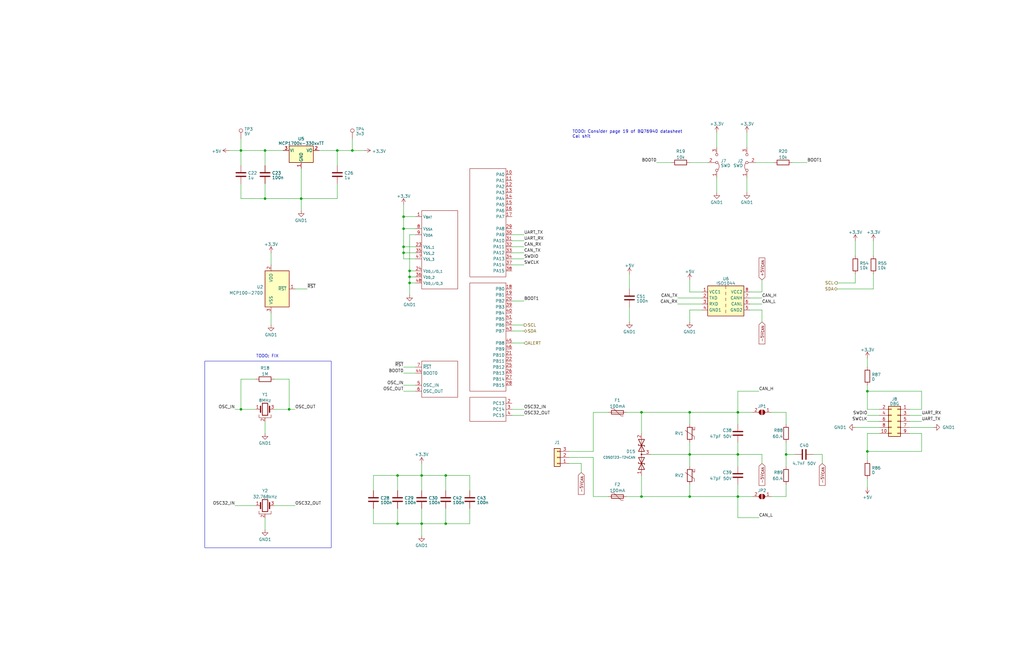
<source format=kicad_sch>
(kicad_sch (version 20230121) (generator eeschema)
  (paper "B")
  (lib_symbols
    (symbol "Connector:TestPoint" (pin_numbers hide) (pin_names (offset 0.762) hide)
      (property "Reference" "TP" (at 0 6.858 0))
      (property "Value" "TestPoint" (at 0 5.08 0))
      (symbol "TestPoint_1_1"
        (pin passive line (at 0 0 90) (length 2.54) (name "1") (number "1"))
      )
    )
    (symbol "Connector_Generic:Conn_01x03" (pin_names (offset 1.016) hide)
      (property "Reference" "J" (at 0 5.08 0))
      (property "Value" "Conn_01x03" (at 0 -5.08 0))
      (symbol "Conn_01x03_1_1"
        (pin passive line (at -5.08 2.54 0) (length 3.81) (name "Pin_1") (number "1"))
        (pin passive line (at -5.08 0 0) (length 3.81) (name "Pin_2") (number "2"))
        (pin passive line (at -5.08 -2.54 0) (length 3.81) (name "Pin_3") (number "3"))
      )
    )
    (symbol "Connector_Generic:Conn_02x05_Odd_Even" (pin_names (offset 1.016) hide)
      (property "Reference" "J" (at 1.27 7.62 0))
      (property "Value" "Conn_02x05_Odd_Even" (at 1.27 -7.62 0))
      (symbol "Conn_02x05_Odd_Even_1_1"
        (pin passive line (at -5.08 5.08 0) (length 3.81) (name "Pin_1") (number "1"))
        (pin passive line (at 7.62 -5.08 180) (length 3.81) (name "Pin_10") (number "10"))
        (pin passive line (at 7.62 5.08 180) (length 3.81) (name "Pin_2") (number "2"))
        (pin passive line (at -5.08 2.54 0) (length 3.81) (name "Pin_3") (number "3"))
        (pin passive line (at 7.62 2.54 180) (length 3.81) (name "Pin_4") (number "4"))
        (pin passive line (at -5.08 0 0) (length 3.81) (name "Pin_5") (number "5"))
        (pin passive line (at 7.62 0 180) (length 3.81) (name "Pin_6") (number "6"))
        (pin passive line (at -5.08 -2.54 0) (length 3.81) (name "Pin_7") (number "7"))
        (pin passive line (at 7.62 -2.54 180) (length 3.81) (name "Pin_8") (number "8"))
        (pin passive line (at -5.08 -5.08 0) (length 3.81) (name "Pin_9") (number "9"))
      )
    )
    (symbol "Device:C" (pin_numbers hide) (pin_names (offset 0.254))
      (property "Reference" "C" (at 0.635 2.54 0))
      (property "Value" "C" (at 0.635 -2.54 0))
      (symbol "C_1_1"
        (pin passive line (at 0 3.81 270) (length 2.794) (name "~") (number "1"))
        (pin passive line (at 0 -3.81 90) (length 2.794) (name "~") (number "2"))
      )
    )
    (symbol "Device:Crystal_GND2" (pin_names (offset 1.016) hide)
      (property "Reference" "Y" (at 0 5.715 0))
      (property "Value" "Crystal_GND2" (at 0 3.81 0))
      (symbol "Crystal_GND2_1_1"
        (pin passive line (at -3.81 0 0) (length 1.27) (name "1") (number "1"))
        (pin passive line (at 0 -5.08 90) (length 1.27) (name "2") (number "2"))
        (pin passive line (at 3.81 0 180) (length 1.27) (name "3") (number "3"))
      )
    )
    (symbol "Device:D_TVS_Dual_AAC" (pin_names (offset 1.016) hide)
      (property "Reference" "D" (at 0 4.445 0))
      (property "Value" "D_TVS_Dual_AAC" (at 0 2.54 0))
      (symbol "D_TVS_Dual_AAC_1_1"
        (pin passive line (at -8.89 0 0) (length 2.54) (name "A1") (number "1"))
        (pin passive line (at 8.89 0 180) (length 2.54) (name "A2") (number "2"))
        (pin input line (at 0 -3.81 90) (length 2.54) (name "common") (number "3"))
      )
    )
    (symbol "Device:Polyfuse" (pin_numbers hide) (pin_names (offset 0))
      (property "Reference" "F" (at -2.54 0 90))
      (property "Value" "Polyfuse" (at 2.54 0 90))
      (symbol "Polyfuse_1_1"
        (pin passive line (at 0 3.81 270) (length 1.27) (name "~") (number "1"))
        (pin passive line (at 0 -3.81 90) (length 1.27) (name "~") (number "2"))
      )
    )
    (symbol "Device:R" (pin_numbers hide) (pin_names (offset 0))
      (property "Reference" "R" (at 2.032 0 90))
      (property "Value" "R" (at 0 0 90))
      (symbol "R_1_1"
        (pin passive line (at 0 3.81 270) (length 1.27) (name "~") (number "1"))
        (pin passive line (at 0 -3.81 90) (length 1.27) (name "~") (number "2"))
      )
    )
    (symbol "Device:Varistor" (pin_numbers hide) (pin_names (offset 0))
      (property "Reference" "RV" (at 3.175 0 90))
      (property "Value" "Varistor" (at -3.175 0 90))
      (symbol "Varistor_0_0"
        (text "U" (at -1.778 -2.032 0) (effects (font (size 1.27 1.27))))
      )
      (symbol "Varistor_1_1"
        (pin passive line (at 0 3.81 270) (length 1.27) (name "~") (number "1"))
        (pin passive line (at 0 -3.81 90) (length 1.27) (name "~") (number "2"))
      )
    )
    (symbol "Jumper:Jumper_3_Bridged12" (pin_names (offset 0) hide)
      (property "Reference" "JP" (at -2.54 -2.54 0))
      (property "Value" "Jumper_3_Bridged12" (at 0 2.794 0))
      (symbol "Jumper_3_Bridged12_1_1"
        (pin passive line (at -6.35 0 0) (length 2.54) (name "A") (number "1"))
        (pin passive line (at 0 -3.81 90) (length 2.54) (name "C") (number "2"))
        (pin passive line (at 6.35 0 180) (length 2.54) (name "B") (number "3"))
      )
    )
    (symbol "Jumper:SolderJumper_2_Open" (pin_names (offset 0) hide)
      (property "Reference" "JP" (at 0 2.032 0))
      (property "Value" "SolderJumper_2_Open" (at 0 -2.54 0))
      (symbol "SolderJumper_2_Open_1_1"
        (pin passive line (at -3.81 0 0) (length 2.54) (name "A") (number "1"))
        (pin passive line (at 3.81 0 180) (length 2.54) (name "B") (number "2"))
      )
    )
    (symbol "Power_Supervisor:MCP100-270D" (pin_names (offset 1.016))
      (property "Reference" "U" (at 0 8.89 0))
      (property "Value" "MCP100-270D" (at -1.27 -8.89 0))
      (symbol "MCP100-270D_1_1"
        (pin output line (at 7.62 0 180) (length 2.54) (name "~{RST}") (number "1"))
        (pin power_in line (at -2.54 10.16 270) (length 2.54) (name "VDD") (number "2"))
        (pin power_in line (at -2.54 -10.16 90) (length 2.54) (name "VSS") (number "3"))
      )
    )
    (symbol "Regulator_Linear:MCP1700x-330xxTT" (pin_names (offset 0.254))
      (property "Reference" "U" (at -3.81 3.175 0))
      (property "Value" "MCP1700x-330xxTT" (at 0 3.175 0))
      (symbol "MCP1700x-330xxTT_1_1"
        (pin power_in line (at 0 -7.62 90) (length 2.54) (name "GND") (number "1"))
        (pin power_out line (at 7.62 0 180) (length 2.54) (name "VO") (number "2"))
        (pin power_in line (at -7.62 0 0) (length 2.54) (name "VI") (number "3"))
      )
    )
    (symbol "power:+3.3V" (power) (pin_names (offset 0))
      (property "Value" "+3.3V" (at 0 3.556 0))
      (symbol "+3.3V_1_1"
        (pin power_in line (at 0 0 90) (length 0) hide (name "+3.3V") (number "1"))
      )
    )
    (symbol "power:+5V" (power) (pin_names (offset 0))
      (property "Value" "+5V" (at 0 3.556 0))
      (symbol "+5V_1_1"
        (pin power_in line (at 0 0 90) (length 0) hide (name "+5V") (number "1"))
      )
    )
    (symbol "power:GND1" (power) (pin_names (offset 0))
      (property "Value" "GND1" (at 0 -3.81 0))
      (symbol "GND1_1_1"
        (pin power_in line (at 0 0 270) (length 0) hide (name "GND1") (number "1"))
      )
    )
    (symbol "qtech:CH32V203CxT6"
      (symbol "CH32V203CxT6_1_1"
        (pin input line (at 10.16 20.32 180) (length 2.54) (name "PA0") (number "10"))
        (pin input line (at 10.16 17.78 180) (length 2.54) (name "PA1") (number "11"))
        (pin input line (at 10.16 15.24 180) (length 2.54) (name "PA2") (number "12"))
        (pin input line (at 10.16 12.7 180) (length 2.54) (name "PA3") (number "13"))
        (pin input line (at 10.16 10.16 180) (length 2.54) (name "PA4") (number "14"))
        (pin input line (at 10.16 7.62 180) (length 2.54) (name "PA5") (number "15"))
        (pin input line (at 10.16 5.08 180) (length 2.54) (name "PA6") (number "16"))
        (pin input line (at 10.16 2.54 180) (length 2.54) (name "PA7") (number "17"))
        (pin input line (at 10.16 -2.54 180) (length 2.54) (name "PA8") (number "29"))
        (pin input line (at 10.16 -5.08 180) (length 2.54) (name "PA9") (number "30"))
        (pin input line (at 10.16 -7.62 180) (length 2.54) (name "PA10") (number "31"))
        (pin input line (at 10.16 -10.16 180) (length 2.54) (name "PA11") (number "32"))
        (pin input line (at 10.16 -12.7 180) (length 2.54) (name "PA12") (number "33"))
        (pin input line (at 10.16 -15.24 180) (length 2.54) (name "PA13") (number "34"))
        (pin input line (at 10.16 -17.78 180) (length 2.54) (name "PA14") (number "37"))
        (pin input line (at 10.16 -20.32 180) (length 2.54) (name "PA15") (number "38"))
      )
      (symbol "CH32V203CxT6_2_1"
        (pin input line (at 10.16 20.32 180) (length 2.54) (name "PB0") (number "18"))
        (pin input line (at 10.16 17.78 180) (length 2.54) (name "PB1") (number "19"))
        (pin input line (at 10.16 15.24 180) (length 2.54) (name "PB2") (number "20"))
        (pin input line (at 10.16 -7.62 180) (length 2.54) (name "PB10") (number "21"))
        (pin input line (at 10.16 -10.16 180) (length 2.54) (name "PB11") (number "22"))
        (pin input line (at 10.16 -12.7 180) (length 2.54) (name "PB12") (number "25"))
        (pin input line (at 10.16 -15.24 180) (length 2.54) (name "PB13") (number "26"))
        (pin input line (at 10.16 -17.78 180) (length 2.54) (name "PB14") (number "27"))
        (pin input line (at 10.16 -20.32 180) (length 2.54) (name "PB15") (number "28"))
        (pin input line (at 10.16 12.7 180) (length 2.54) (name "PB3") (number "39"))
        (pin input line (at 10.16 10.16 180) (length 2.54) (name "PB4") (number "40"))
        (pin input line (at 10.16 7.62 180) (length 2.54) (name "PB5") (number "41"))
        (pin input line (at 10.16 5.08 180) (length 2.54) (name "PB6") (number "42"))
        (pin input line (at 10.16 2.54 180) (length 2.54) (name "PB7") (number "43"))
        (pin input line (at 10.16 -2.54 180) (length 2.54) (name "PB8") (number "45"))
        (pin input line (at 10.16 -5.08 180) (length 2.54) (name "PB9") (number "46"))
      )
      (symbol "CH32V203CxT6_3_1"
        (pin input line (at 10.16 2.54 180) (length 2.54) (name "PC13") (number "2"))
        (pin input line (at 10.16 0 180) (length 2.54) (name "PC14") (number "3"))
        (pin input line (at 10.16 -2.54 180) (length 2.54) (name "PC15") (number "4"))
      )
      (symbol "CH32V203CxT6_4_1"
        (pin input line (at -10.16 2.54 0) (length 2.54) (name "BOOT0") (number "44"))
        (pin input line (at -10.16 -2.54 0) (length 2.54) (name "OSC_IN") (number "5"))
        (pin input line (at -10.16 -5.08 0) (length 2.54) (name "OSC_OUT") (number "6"))
        (pin input line (at -10.16 5.08 0) (length 2.54) (name "~{RST}") (number "7"))
      )
      (symbol "CH32V203CxT6_5_1"
        (pin input line (at -10.16 15.24 0) (length 2.54) (name "V_{BAT}") (number "1"))
        (pin input line (at -10.16 2.54 0) (length 2.54) (name "V_{SS_1}") (number "23"))
        (pin input line (at -10.16 -7.62 0) (length 2.54) (name "V_{DD_I/O_1}") (number "24"))
        (pin input line (at -10.16 0 0) (length 2.54) (name "V_{SS_2}") (number "35"))
        (pin input line (at -10.16 -10.16 0) (length 2.54) (name "V_{DD_2}") (number "36"))
        (pin input line (at -10.16 -2.54 0) (length 2.54) (name "V_{SS_3}") (number "47"))
        (pin input line (at -10.16 -12.7 0) (length 2.54) (name "V_{DD_I/O_3}") (number "48"))
        (pin input line (at -10.16 10.16 0) (length 2.54) (name "V_{SSA}") (number "8"))
        (pin input line (at -10.16 7.62 0) (length 2.54) (name "V_{DDA}") (number "9"))
      )
    )
    (symbol "qtech:ISO1044"
      (property "Reference" "U" (at -7.62 8.89 0))
      (property "Value" "ISO1044" (at -7.62 6.35 0))
      (symbol "ISO1044_1_1"
        (pin power_in line (at -10.16 2.54 0) (length 2.54) (name "VCC1") (number "1"))
        (pin input line (at -10.16 0 0) (length 2.54) (name "TXD") (number "2"))
        (pin output line (at -10.16 -2.54 0) (length 2.54) (name "RXD") (number "3"))
        (pin power_in line (at -10.16 -5.08 0) (length 2.54) (name "GND1") (number "4"))
        (pin power_in line (at 10.16 -5.08 180) (length 2.54) (name "GND2") (number "5"))
        (pin bidirectional line (at 10.16 -2.54 180) (length 2.54) (name "CANL") (number "6"))
        (pin bidirectional line (at 10.16 0 180) (length 2.54) (name "CANH") (number "7"))
        (pin power_in line (at 10.16 2.54 180) (length 2.54) (name "VCC2") (number "8"))
      )
    )
  )
  (junction (at 311.15 173.99))
  (junction (at 127 83.82))
  (junction (at 177.8 220.98))
  (junction (at 311.15 191.77))
  (junction (at 142.24 63.5))
  (junction (at 172.72 116.84))
  (junction (at 270.51 173.99))
  (junction (at 331.47 191.77))
  (junction (at 170.18 91.44))
  (junction (at 290.83 173.99))
  (junction (at 170.18 104.14))
  (junction (at 187.96 220.98))
  (junction (at 177.8 200.66))
  (junction (at 167.64 220.98))
  (junction (at 170.18 96.52))
  (junction (at 290.83 209.55))
  (junction (at 148.59 63.5))
  (junction (at 172.72 119.38))
  (junction (at 365.76 165.1))
  (junction (at 111.76 83.82))
  (junction (at 290.83 191.77))
  (junction (at 101.6 63.5))
  (junction (at 111.76 63.5))
  (junction (at 101.6 172.72))
  (junction (at 270.51 209.55))
  (junction (at 172.72 114.3))
  (junction (at 365.76 190.5))
  (junction (at 121.92 172.72))
  (junction (at 167.64 200.66))
  (junction (at 311.15 209.55))
  (junction (at 187.96 200.66))
  (junction (at 170.18 106.68))
  (wire (pts (xy 115.57 213.36) (xy 124.46 213.36)))
  (wire (pts (xy 270.51 209.55) (xy 290.83 209.55)))
  (wire (pts (xy 142.24 77.47) (xy 142.24 83.82)))
  (wire (pts (xy 331.47 173.99) (xy 325.12 173.99)))
  (wire (pts (xy 302.26 55.88) (xy 302.26 62.23)))
  (wire (pts (xy 383.54 177.8) (xy 388.62 177.8)))
  (wire (pts (xy 187.96 220.98) (xy 187.96 214.63)))
  (wire (pts (xy 295.91 128.27) (xy 285.75 128.27)))
  (wire (pts (xy 115.57 172.72) (xy 121.92 172.72)))
  (wire (pts (xy 250.19 173.99) (xy 256.54 173.99)))
  (wire (pts (xy 383.54 172.72) (xy 388.62 172.72)))
  (wire (pts (xy 365.76 182.88) (xy 365.76 190.5)))
  (wire (pts (xy 368.3 101.6) (xy 368.3 107.95)))
  (wire (pts (xy 295.91 125.73) (xy 285.75 125.73)))
  (wire (pts (xy 331.47 204.47) (xy 331.47 209.55)))
  (wire (pts (xy 311.15 204.47) (xy 311.15 209.55)))
  (wire (pts (xy 311.15 165.1) (xy 311.15 173.99)))
  (wire (pts (xy 198.12 220.98) (xy 198.12 214.63)))
  (wire (pts (xy 368.3 115.57) (xy 368.3 121.92)))
  (wire (pts (xy 172.72 119.38) (xy 172.72 116.84)))
  (wire (pts (xy 331.47 209.55) (xy 325.12 209.55)))
  (wire (pts (xy 250.19 209.55) (xy 256.54 209.55)))
  (wire (pts (xy 353.06 121.92) (xy 368.3 121.92)))
  (wire (pts (xy 311.15 173.99) (xy 317.5 173.99)))
  (wire (pts (xy 220.98 172.72) (xy 215.9 172.72)))
  (wire (pts (xy 170.18 165.1) (xy 175.26 165.1)))
  (wire (pts (xy 172.72 116.84) (xy 175.26 116.84)))
  (wire (pts (xy 290.83 68.58) (xy 298.45 68.58)))
  (wire (pts (xy 111.76 63.5) (xy 119.38 63.5)))
  (wire (pts (xy 365.76 151.13) (xy 365.76 154.94)))
  (wire (pts (xy 388.62 182.88) (xy 383.54 182.88)))
  (wire (pts (xy 340.36 68.58) (xy 334.01 68.58)))
  (wire (pts (xy 170.18 96.52) (xy 170.18 104.14)))
  (wire (pts (xy 321.31 123.19) (xy 316.23 123.19)))
  (wire (pts (xy 167.64 200.66) (xy 167.64 207.01)))
  (wire (pts (xy 331.47 191.77) (xy 335.28 191.77)))
  (wire (pts (xy 388.62 182.88) (xy 388.62 190.5)))
  (wire (pts (xy 167.64 214.63) (xy 167.64 220.98)))
  (wire (pts (xy 365.76 162.56) (xy 365.76 165.1)))
  (wire (pts (xy 388.62 165.1) (xy 388.62 172.72)))
  (wire (pts (xy 111.76 63.5) (xy 111.76 69.85)))
  (wire (pts (xy 198.12 200.66) (xy 187.96 200.66)))
  (wire (pts (xy 250.19 193.04) (xy 240.03 193.04)))
  (wire (pts (xy 331.47 186.69) (xy 331.47 191.77)))
  (wire (pts (xy 172.72 114.3) (xy 175.26 114.3)))
  (wire (pts (xy 170.18 157.48) (xy 175.26 157.48)))
  (wire (pts (xy 170.18 104.14) (xy 170.18 106.68)))
  (wire (pts (xy 311.15 209.55) (xy 317.5 209.55)))
  (wire (pts (xy 316.23 128.27) (xy 321.31 128.27)))
  (wire (pts (xy 157.48 214.63) (xy 157.48 220.98)))
  (wire (pts (xy 170.18 162.56) (xy 175.26 162.56)))
  (wire (pts (xy 265.43 115.57) (xy 265.43 121.92)))
  (wire (pts (xy 360.68 180.34) (xy 370.84 180.34)))
  (wire (pts (xy 311.15 173.99) (xy 311.15 179.07)))
  (wire (pts (xy 101.6 77.47) (xy 101.6 83.82)))
  (wire (pts (xy 172.72 99.06) (xy 175.26 99.06)))
  (wire (pts (xy 177.8 220.98) (xy 177.8 226.06)))
  (wire (pts (xy 245.11 199.39) (xy 245.11 195.58)))
  (wire (pts (xy 99.06 213.36) (xy 107.95 213.36)))
  (wire (pts (xy 114.3 106.68) (xy 114.3 111.76)))
  (wire (pts (xy 290.83 130.81) (xy 295.91 130.81)))
  (wire (pts (xy 187.96 220.98) (xy 198.12 220.98)))
  (wire (pts (xy 311.15 186.69) (xy 311.15 191.77)))
  (wire (pts (xy 101.6 172.72) (xy 107.95 172.72)))
  (wire (pts (xy 346.71 191.77) (xy 342.9 191.77)))
  (wire (pts (xy 215.9 137.16) (xy 220.98 137.16)))
  (wire (pts (xy 167.64 220.98) (xy 177.8 220.98)))
  (wire (pts (xy 172.72 119.38) (xy 172.72 124.46)))
  (wire (pts (xy 101.6 172.72) (xy 101.6 160.02)))
  (wire (pts (xy 250.19 193.04) (xy 250.19 209.55)))
  (wire (pts (xy 121.92 172.72) (xy 124.46 172.72)))
  (wire (pts (xy 290.83 135.89) (xy 290.83 130.81)))
  (wire (pts (xy 172.72 114.3) (xy 172.72 99.06)))
  (wire (pts (xy 167.64 200.66) (xy 177.8 200.66)))
  (wire (pts (xy 365.76 175.26) (xy 370.84 175.26)))
  (wire (pts (xy 177.8 214.63) (xy 177.8 220.98)))
  (wire (pts (xy 215.9 101.6) (xy 220.98 101.6)))
  (wire (pts (xy 314.96 62.23) (xy 314.96 55.88)))
  (wire (pts (xy 331.47 191.77) (xy 331.47 196.85)))
  (wire (pts (xy 321.31 118.11) (xy 321.31 123.19)))
  (wire (pts (xy 148.59 63.5) (xy 153.67 63.5)))
  (wire (pts (xy 111.76 77.47) (xy 111.76 83.82)))
  (wire (pts (xy 264.16 173.99) (xy 270.51 173.99)))
  (wire (pts (xy 157.48 200.66) (xy 157.48 207.01)))
  (wire (pts (xy 198.12 207.01) (xy 198.12 200.66)))
  (wire (pts (xy 383.54 175.26) (xy 388.62 175.26)))
  (wire (pts (xy 318.77 68.58) (xy 326.39 68.58)))
  (wire (pts (xy 290.83 191.77) (xy 274.32 191.77)))
  (wire (pts (xy 96.52 63.5) (xy 101.6 63.5)))
  (wire (pts (xy 331.47 179.07) (xy 331.47 173.99)))
  (wire (pts (xy 311.15 191.77) (xy 311.15 196.85)))
  (wire (pts (xy 220.98 127) (xy 215.9 127)))
  (wire (pts (xy 346.71 191.77) (xy 346.71 195.58)))
  (wire (pts (xy 311.15 191.77) (xy 321.31 191.77)))
  (wire (pts (xy 215.9 104.14) (xy 220.98 104.14)))
  (wire (pts (xy 365.76 190.5) (xy 365.76 194.31)))
  (wire (pts (xy 311.15 209.55) (xy 311.15 218.44)))
  (wire (pts (xy 101.6 63.5) (xy 101.6 69.85)))
  (wire (pts (xy 177.8 220.98) (xy 187.96 220.98)))
  (wire (pts (xy 365.76 165.1) (xy 365.76 172.72)))
  (wire (pts (xy 321.31 135.89) (xy 321.31 130.81)))
  (wire (pts (xy 142.24 63.5) (xy 148.59 63.5)))
  (wire (pts (xy 270.51 173.99) (xy 290.83 173.99)))
  (wire (pts (xy 290.83 191.77) (xy 311.15 191.77)))
  (wire (pts (xy 111.76 218.44) (xy 111.76 223.52)))
  (wire (pts (xy 215.9 111.76) (xy 220.98 111.76)))
  (wire (pts (xy 170.18 106.68) (xy 170.18 109.22)))
  (wire (pts (xy 311.15 218.44) (xy 320.04 218.44)))
  (wire (pts (xy 170.18 91.44) (xy 170.18 96.52)))
  (wire (pts (xy 383.54 180.34) (xy 393.7 180.34)))
  (wire (pts (xy 170.18 96.52) (xy 175.26 96.52)))
  (wire (pts (xy 240.03 190.5) (xy 250.19 190.5)))
  (wire (pts (xy 240.03 195.58) (xy 245.11 195.58)))
  (wire (pts (xy 220.98 175.26) (xy 215.9 175.26)))
  (wire (pts (xy 290.83 186.69) (xy 290.83 191.77)))
  (wire (pts (xy 290.83 209.55) (xy 311.15 209.55)))
  (wire (pts (xy 321.31 130.81) (xy 316.23 130.81)))
  (wire (pts (xy 99.06 172.72) (xy 101.6 172.72)))
  (wire (pts (xy 265.43 129.54) (xy 265.43 135.89)))
  (wire (pts (xy 365.76 165.1) (xy 388.62 165.1)))
  (wire (pts (xy 167.64 200.66) (xy 157.48 200.66)))
  (wire (pts (xy 365.76 182.88) (xy 370.84 182.88)))
  (wire (pts (xy 177.8 200.66) (xy 177.8 207.01)))
  (wire (pts (xy 270.51 200.66) (xy 270.51 209.55)))
  (wire (pts (xy 124.46 121.92) (xy 129.54 121.92)))
  (wire (pts (xy 187.96 207.01) (xy 187.96 200.66)))
  (wire (pts (xy 175.26 154.94) (xy 170.18 154.94)))
  (wire (pts (xy 101.6 63.5) (xy 111.76 63.5)))
  (wire (pts (xy 290.83 173.99) (xy 311.15 173.99)))
  (wire (pts (xy 360.68 115.57) (xy 360.68 119.38)))
  (wire (pts (xy 264.16 209.55) (xy 270.51 209.55)))
  (wire (pts (xy 290.83 123.19) (xy 295.91 123.19)))
  (wire (pts (xy 276.86 68.58) (xy 283.21 68.58)))
  (wire (pts (xy 290.83 191.77) (xy 290.83 196.85)))
  (wire (pts (xy 365.76 172.72) (xy 370.84 172.72)))
  (wire (pts (xy 142.24 63.5) (xy 142.24 69.85)))
  (wire (pts (xy 127 83.82) (xy 142.24 83.82)))
  (wire (pts (xy 215.9 139.7) (xy 220.98 139.7)))
  (wire (pts (xy 215.9 106.68) (xy 220.98 106.68)))
  (wire (pts (xy 115.57 160.02) (xy 121.92 160.02)))
  (wire (pts (xy 111.76 83.82) (xy 127 83.82)))
  (wire (pts (xy 170.18 106.68) (xy 175.26 106.68)))
  (wire (pts (xy 101.6 83.82) (xy 111.76 83.82)))
  (wire (pts (xy 148.59 58.42) (xy 148.59 63.5)))
  (wire (pts (xy 290.83 118.11) (xy 290.83 123.19)))
  (wire (pts (xy 170.18 109.22) (xy 175.26 109.22)))
  (wire (pts (xy 101.6 58.42) (xy 101.6 63.5)))
  (wire (pts (xy 215.9 109.22) (xy 220.98 109.22)))
  (wire (pts (xy 270.51 173.99) (xy 270.51 182.88)))
  (wire (pts (xy 365.76 190.5) (xy 388.62 190.5)))
  (wire (pts (xy 134.62 63.5) (xy 142.24 63.5)))
  (wire (pts (xy 172.72 116.84) (xy 172.72 114.3)))
  (wire (pts (xy 157.48 220.98) (xy 167.64 220.98)))
  (wire (pts (xy 250.19 190.5) (xy 250.19 173.99)))
  (wire (pts (xy 321.31 191.77) (xy 321.31 195.58)))
  (wire (pts (xy 316.23 125.73) (xy 321.31 125.73)))
  (wire (pts (xy 114.3 132.08) (xy 114.3 137.16)))
  (wire (pts (xy 121.92 160.02) (xy 121.92 172.72)))
  (wire (pts (xy 187.96 200.66) (xy 177.8 200.66)))
  (wire (pts (xy 311.15 165.1) (xy 320.04 165.1)))
  (wire (pts (xy 111.76 177.8) (xy 111.76 182.88)))
  (wire (pts (xy 365.76 201.93) (xy 365.76 205.74)))
  (wire (pts (xy 170.18 86.36) (xy 170.18 91.44)))
  (wire (pts (xy 302.26 74.93) (xy 302.26 81.28)))
  (wire (pts (xy 127 83.82) (xy 127 88.9)))
  (wire (pts (xy 215.9 144.78) (xy 220.98 144.78)))
  (wire (pts (xy 365.76 177.8) (xy 370.84 177.8)))
  (wire (pts (xy 290.83 204.47) (xy 290.83 209.55)))
  (wire (pts (xy 353.06 119.38) (xy 360.68 119.38)))
  (wire (pts (xy 101.6 160.02) (xy 107.95 160.02)))
  (wire (pts (xy 360.68 101.6) (xy 360.68 107.95)))
  (wire (pts (xy 314.96 74.93) (xy 314.96 81.28)))
  (wire (pts (xy 170.18 104.14) (xy 175.26 104.14)))
  (wire (pts (xy 170.18 91.44) (xy 175.26 91.44)))
  (wire (pts (xy 172.72 119.38) (xy 175.26 119.38)))
  (wire (pts (xy 215.9 99.06) (xy 220.98 99.06)))
  (wire (pts (xy 177.8 195.58) (xy 177.8 200.66)))
  (wire (pts (xy 290.83 173.99) (xy 290.83 179.07)))
  (wire (pts (xy 127 71.12) (xy 127 83.82)))
  (rectangle (start 86.36 152.4) (end 139.7 231.14))
  (text "TODO: FIX" (at 107.95 151.13 0) (effects (font (size 1.27 1.27)) (justify left bottom)))
  (text "TODO: Consider page 19 of BQ76940 datasheet\nCal shit" (at 241.3 58.42 0) (effects (font (size 1.27 1.27)) (justify left bottom)))
  (label "OSC32_IN" (at 99.06 213.36 180))
  (label "CAN_L" (at 320.04 218.44 0))
  (label "OSC32_OUT" (at 124.46 213.36 0))
  (label "UART_TX" (at 388.62 177.8 0))
  (label "OSC_IN" (at 170.18 162.56 180))
  (label "OSC_IN" (at 99.06 172.72 180))
  (label "SWDIO" (at 365.76 175.26 180))
  (label "CAN_H" (at 321.31 125.73 0))
  (label "SWCLK" (at 365.76 177.8 180))
  (label "OSC_OUT" (at 170.18 165.1 180))
  (label "CAN_RX" (at 285.75 128.27 180))
  (label "SWCLK" (at 220.98 111.76 0))
  (label "BOOT1" (at 220.98 127 0))
  (label "OSC32_OUT" (at 220.98 175.26 0))
  (label "~{RST}" (at 170.18 154.94 180))
  (label "UART_TX" (at 220.98 99.06 0))
  (label "~{RST}" (at 129.54 121.92 0))
  (label "CAN_H" (at 320.04 165.1 0))
  (label "UART_RX" (at 220.98 101.6 0))
  (label "BOOT1" (at 340.36 68.58 0))
  (label "BOOT0" (at 170.18 157.48 180))
  (label "SWDIO" (at 220.98 109.22 0))
  (label "BOOT0" (at 276.86 68.58 180))
  (label "OSC32_IN" (at 220.98 172.72 0))
  (label "CAN_TX" (at 285.75 125.73 180))
  (label "CAN_RX" (at 220.98 104.14 0))
  (label "UART_RX" (at 388.62 175.26 0))
  (label "OSC_OUT" (at 124.46 172.72 0))
  (label "CAN_TX" (at 220.98 106.68 0))
  (label "CAN_L" (at 321.31 128.27 0))
  (global_label "-5V_{CAN}" (shape input) (at 346.71 195.58 270) (property "Intersheetrefs" "${INTERSHEET_REFS}" (effects hide)))
  (global_label "+5V_{CAN}" (shape input) (at 321.31 118.11 90) (property "Intersheetrefs" "${INTERSHEET_REFS}" (effects hide)))
  (global_label "-5V_{CAN}" (shape input) (at 245.11 199.39 270) (property "Intersheetrefs" "${INTERSHEET_REFS}" (effects hide)))
  (global_label "-5V_{CAN}" (shape input) (at 321.31 135.89 270) (property "Intersheetrefs" "${INTERSHEET_REFS}" (effects hide)))
  (global_label "-5V_{CAN}" (shape input) (at 321.31 195.58 270) (property "Intersheetrefs" "${INTERSHEET_REFS}" (effects hide)))
  (hierarchical_label "SCL" (shape output) (at 220.98 137.16 0))
  (hierarchical_label "ALERT" (shape input) (at 220.98 144.78 0))
  (hierarchical_label "SCL" (shape output) (at 353.06 119.38 180))
  (hierarchical_label "SDA" (shape bidirectional) (at 353.06 121.92 180))
  (hierarchical_label "SDA" (shape bidirectional) (at 220.98 139.7 0))
  (symbol (lib_id "Device:R") (at 287.02 68.58 90) (unit 1)
    (property "Reference" "R19" (at 287.02 63.8642 90))
    (property "Value" "10k" (at 287.02 66.4011 90))
    (property "Footprint" "Resistor_SMD:R_0603_1608Metric" (effects hide))
    (property "Datasheet" "https://www.mouser.com/datasheet/2/219/RK73H-1825326.pdf" (effects hide))
    (property "Mouser" "https://www.mouser.com/ProductDetail/KOA-Speer/RK73H1JTTD1002F?qs=sGAEpiMZZMtlubZbdhIBINkEv%252BGnJSJCzf6arQIEEEA%3D" (effects hide))
    (property "Part Number" "RK73H1JTTD1002F" (effects hide))
    (property "Rating" "100mW" (effects hide))
  )
  (symbol (lib_id "qtech:CH32V203CxT6") (at 205.74 93.98 0) (unit 1)
    (property "Reference" "U3" (effects hide))
    (property "Value" "CH32V203CxT6" (effects hide))
    (property "Footprint" "Package_QFP:LQFP-48_7x7mm_P0.5mm" (effects hide))
    (property "Datasheet" "http://www.wch-ic.com/downloads/file/354.html" (effects hide))
    (property "Mouser" "-" (effects hide))
    (property "Part Number" "CH32V203C8T6" (effects hide))
  )
  (symbol (lib_id "power:GND1") (at 127 88.9 0) (unit 1)
    (property "Reference" "#PWR010" (effects hide))
    (property "Value" "GND1" (at 127 93.0355 0))
    (instances (project "bms" (path "" (reference "#PWR010") (unit 1)) (path "" (reference "#PWR020") (unit 1))))
  )
  (symbol (lib_id "Device:C") (at 265.43 125.73 0) (unit 1)
    (property "Reference" "C51" (at 268.351 125.0863 0) (effects (justify left)))
    (property "Value" "100n" (at 268.351 127.0073 0) (effects (justify left)))
    (property "Footprint" "Capacitor_SMD:C_0603_1608Metric" (effects hide))
    (property "Datasheet" "https://www.mouser.com/datasheet/2/40/X7RDielectric-2943470.pdf" (effects hide))
    (property "Mouser" "https://www.mouser.com/ProductDetail/KYOCERA-AVX/06035C104KAT2A?qs=sGAEpiMZZMs7ZEmUmaUL07F2qgI%252BUofJK2BrtL3gRPE%3D" (effects hide))
    (property "Part Number" "06035C104KAT2A" (effects hide))
    (property "Rating" "50V" (effects hide))
  )
  (symbol (lib_id "Connector:TestPoint") (at 148.59 58.42 0) (unit 1)
    (property "Reference" "TP4" (at 149.987 54.4743 0) (effects (justify left)))
    (property "Value" "3v3" (at 149.987 56.3953 0) (effects (justify left)))
    (property "Footprint" "TestPoint:TestPoint_Pad_D1.5mm" (effects hide))
  )
  (symbol (lib_id "power:GND1") (at 393.7 180.34 90) (unit 1)
    (property "Reference" "#PWR010" (effects hide))
    (property "Value" "GND1" (at 400.05 180.34 90))
    (instances (project "bms" (path "" (reference "#PWR010") (unit 1)) (path "" (reference "#PWR051") (unit 1))))
  )
  (symbol (lib_id "Device:R") (at 368.3 111.76 180) (unit 1)
    (property "Reference" "R55" (at 370.078 111.1163 0) (effects (justify right)))
    (property "Value" "10k" (at 370.078 113.0373 0) (effects (justify right)))
    (property "Footprint" "Resistor_SMD:R_0603_1608Metric" (effects hide))
    (property "Datasheet" "https://www.mouser.com/datasheet/2/219/RK73H-1825326.pdf" (effects hide))
    (property "Mouser" "https://www.mouser.com/ProductDetail/KOA-Speer/RK73H1JTTD1002F?qs=sGAEpiMZZMtlubZbdhIBINkEv%252BGnJSJCzf6arQIEEEA%3D" (effects hide))
    (property "Part Number" "RK73H1JTTD1002F" (effects hide))
    (property "Rating" "100mW" (effects hide))
  )
  (symbol (lib_id "Device:C") (at 167.64 210.82 0) (unit 1)
    (property "Reference" "C29" (at 170.561 210.1763 0) (effects (justify left)))
    (property "Value" "100n" (at 170.561 212.0973 0) (effects (justify left)))
    (property "Footprint" "Capacitor_SMD:C_0603_1608Metric" (effects hide))
    (property "Datasheet" "https://www.mouser.com/datasheet/2/40/X7RDielectric-2943470.pdf" (effects hide))
    (property "Mouser" "https://www.mouser.com/ProductDetail/KYOCERA-AVX/06035C104KAT2A?qs=sGAEpiMZZMs7ZEmUmaUL07F2qgI%252BUofJK2BrtL3gRPE%3D" (effects hide))
    (property "Part Number" "06035C104KAT2A" (effects hide))
    (property "Rating" "50V" (effects hide))
  )
  (symbol (lib_id "qtech:CH32V203CxT6") (at 205.74 142.24 0) (unit 2)
    (property "Reference" "U3" (effects hide))
    (property "Value" "CH32V203CxT6" (effects hide))
    (property "Footprint" "Package_QFP:LQFP-48_7x7mm_P0.5mm" (effects hide))
    (property "Datasheet" "http://www.wch-ic.com/downloads/file/354.html" (effects hide))
    (property "Mouser" "-" (effects hide))
    (property "Part Number" "CH32V203C8T6" (effects hide))
  )
  (symbol (lib_id "Regulator_Linear:MCP1700x-330xxTT") (at 127 63.5 0) (unit 1)
    (property "Reference" "U5" (at 127 58.5851 0))
    (property "Value" "MCP1700x-330xxTT" (at 127 60.5061 0))
    (property "Footprint" "Package_TO_SOT_SMD:SOT-23" (effects hide))
    (property "Datasheet" "http://ww1.microchip.com/downloads/en/DeviceDoc/20001826D.pdf" (effects hide))
    (property "Mouser" "https://www.mouser.com/ProductDetail/Microchip-Technology/MCP1700T-3302E-TT?qs=fM4xO01eazPmCNDrdHEdaw%3D%3D" (effects hide))
    (property "Part Number" "MCP1700T-3302E/TT " (effects hide))
  )
  (symbol (lib_id "power:GND1") (at 302.26 81.28 0) (unit 1)
    (property "Reference" "#PWR010" (effects hide))
    (property "Value" "GND1" (at 302.26 85.4155 0))
    (instances (project "bms" (path "" (reference "#PWR010") (unit 1)) (path "" (reference "#PWR022") (unit 1))))
  )
  (symbol (lib_id "qtech:CH32V203CxT6") (at 185.42 106.68 0) (unit 5)
    (property "Reference" "U3" (effects hide))
    (property "Value" "CH32V203CxT6" (effects hide))
    (property "Footprint" "Package_QFP:LQFP-48_7x7mm_P0.5mm" (effects hide))
    (property "Datasheet" "http://www.wch-ic.com/downloads/file/354.html" (effects hide))
    (property "Mouser" "-" (effects hide))
    (property "Part Number" "CH32V203C8T6" (effects hide))
  )
  (symbol (lib_id "Jumper:SolderJumper_2_Open") (at 321.31 173.99 0) (mirror y) (unit 1) (in_bom no)
    (property "Reference" "JP1" (at 321.31 171.45 0))
    (property "Value" "SolderJumper_2_Open" (effects hide))
    (property "Footprint" "Jumper:SolderJumper-2_P1.3mm_Open_RoundedPad1.0x1.5mm" (effects hide))
    (instances (project "bms" (path "" (reference "JP1") (unit 1))) (project "bcu" (path "" (reference "JP?") (unit 1)) (path "" (reference "JP3") (unit 1))))
  )
  (symbol (lib_id "Device:C") (at 142.24 73.66 0) (unit 1)
    (property "Reference" "C26" (at 145.161 73.0163 0) (effects (justify left)))
    (property "Value" "1u" (at 145.161 74.9373 0) (effects (justify left)))
    (property "Footprint" "Capacitor_SMD:C_0603_1608Metric" (effects hide))
    (property "Datasheet" "https://www.mouser.com/datasheet/2/585/MLCC-1837944.pdf" (effects hide))
    (property "Mouser" "https://www.mouser.com/ProductDetail/Samsung-Electro-Mechanics/CL10B105KA8NNND?qs=sGAEpiMZZMs7ZEmUmaUL03JOSOi7G3a3Pbmf%252BVZ%2FyZWWNareYBTNVg%3D%3D" (effects hide))
    (property "Part Number" "CL10B105KA8NNND" (effects hide))
    (property "Rating" "25V" (effects hide))
  )
  (symbol (lib_id "Device:C") (at 311.15 182.88 0) (mirror y) (unit 1)
    (property "Reference" "C38" (at 308.61 181.61 0) (effects (justify left)))
    (property "Value" "47pF 50V" (at 308.61 184.15 0) (effects (justify left)))
    (property "Footprint" "Capacitor_SMD:C_0402_1005Metric" (effects hide))
    (property "Datasheet" "https://www.mouser.com/datasheet/2/281/1/GRT1555C1H470JA02_01A-3157872.pdf" (effects hide))
    (property "Mouser" "https://www.mouser.com/ProductDetail/Murata-Electronics/GRT1555C1H470JA02D?qs=qkDYIeTQ%252BEmwVxkhIB%2FZ%2Fg%3D%3D" (effects hide))
    (property "Part Number" "GRT1555C1H470JA02D" (effects hide))
    (instances (project "bms" (path "" (reference "C38") (unit 1))) (project "bcu" (path "" (reference "C?") (unit 1)) (path "" (reference "C21") (unit 1))))
  )
  (symbol (lib_id "Connector_Generic:Conn_02x05_Odd_Even") (at 378.46 177.8 0) (mirror y) (unit 1)
    (property "Reference" "J8" (at 377.19 168.4401 0))
    (property "Value" "DBG" (at 377.19 170.3611 0))
    (property "Footprint" "Connector_PinSocket_2.54mm:PinSocket_2x05_P2.54mm_Vertical" (effects hide))
  )
  (symbol (lib_id "Connector_Generic:Conn_01x03") (at 234.95 193.04 180) (unit 1)
    (property "Reference" "J1" (at 234.95 186.69 0))
    (property "Value" "Conn_01x03" (effects hide))
    (property "Footprint" "Connector_JST:JST_XA_S02B-XASK-1_1x02_P2.50mm_Horizontal" (effects hide))
    (instances (project "bms" (path "" (reference "J1") (unit 1))) (project "bcu" (path "" (reference "J3") (unit 1))))
  )
  (symbol (lib_id "power:+5V") (at 265.43 115.57 0) (unit 1)
    (property "Reference" "#PWR01" (effects hide))
    (property "Value" "+5V" (at 265.43 112.0681 0))
    (instances (project "bms" (path "" (reference "#PWR01") (unit 1)) (path "" (reference "#PWR040") (unit 1))))
  )
  (symbol (lib_id "qtech:CH32V203CxT6") (at 185.42 160.02 0) (unit 4)
    (property "Reference" "U3" (effects hide))
    (property "Value" "CH32V203CxT6" (effects hide))
    (property "Footprint" "Package_QFP:LQFP-48_7x7mm_P0.5mm" (effects hide))
    (property "Datasheet" "http://www.wch-ic.com/downloads/file/354.html" (effects hide))
    (property "Mouser" "-" (effects hide))
    (property "Part Number" "CH32V203C8T6" (effects hide))
  )
  (symbol (lib_id "power:+3.3V") (at 177.8 195.58 0) (unit 1)
    (property "Reference" "#PWR036" (effects hide))
    (property "Value" "+3.3V" (at 177.8 191.77 0))
  )
  (symbol (lib_id "power:GND1") (at 177.8 226.06 0) (unit 1)
    (property "Reference" "#PWR010" (effects hide))
    (property "Value" "GND1" (at 177.8 230.1955 0))
    (instances (project "bms" (path "" (reference "#PWR010") (unit 1)) (path "" (reference "#PWR015") (unit 1))))
  )
  (symbol (lib_id "Device:R") (at 331.47 200.66 0) (mirror y) (unit 1)
    (property "Reference" "R89" (at 330.2 199.39 0) (effects (justify left)))
    (property "Value" "60.4" (at 330.2 201.93 0) (effects (justify left)))
    (property "Footprint" "Resistor_SMD:R_0603_1608Metric" (effects hide))
    (property "Datasheet" "https://www.vishay.com/doc?20035" (effects hide))
    (property "Mouser" "https://www.mouser.com/ProductDetail/Vishay-Dale/CRCW060360R4FKEA?qs=6fyMJ9%2FiJ9KMVX8MBWVfDg%3D%3D" (effects hide))
    (property "Part Number" "CRCW060360R4FKEA" (effects hide))
    (instances (project "bms" (path "" (reference "R89") (unit 1))) (project "bcu" (path "" (reference "R?") (unit 1)) (path "" (reference "R9") (unit 1))))
  )
  (symbol (lib_id "power:+3.3V") (at 153.67 63.5 270) (unit 1)
    (property "Reference" "#PWR030" (effects hide))
    (property "Value" "+3.3V" (at 156.845 63.8168 90) (effects (justify left)))
  )
  (symbol (lib_id "power:+5V") (at 96.52 63.5 90) (unit 1)
    (property "Reference" "#PWR01" (effects hide))
    (property "Value" "+5V" (at 93.3451 63.8168 90) (effects (justify left)))
    (instances (project "bms" (path "" (reference "#PWR01") (unit 1)) (path "" (reference "#PWR031") (unit 1))))
  )
  (symbol (lib_id "power:GND1") (at 314.96 81.28 0) (unit 1)
    (property "Reference" "#PWR010" (effects hide))
    (property "Value" "GND1" (at 314.96 85.4155 0))
    (instances (project "bms" (path "" (reference "#PWR010") (unit 1)) (path "" (reference "#PWR024") (unit 1))))
  )
  (symbol (lib_id "Device:R") (at 360.68 111.76 180) (unit 1)
    (property "Reference" "R54" (at 362.458 111.1163 0) (effects (justify right)))
    (property "Value" "10k" (at 362.458 113.0373 0) (effects (justify right)))
    (property "Footprint" "Resistor_SMD:R_0603_1608Metric" (effects hide))
    (property "Datasheet" "https://www.mouser.com/datasheet/2/219/RK73H-1825326.pdf" (effects hide))
    (property "Mouser" "https://www.mouser.com/ProductDetail/KOA-Speer/RK73H1JTTD1002F?qs=sGAEpiMZZMtlubZbdhIBINkEv%252BGnJSJCzf6arQIEEEA%3D" (effects hide))
    (property "Part Number" "RK73H1JTTD1002F" (effects hide))
    (property "Rating" "100mW" (effects hide))
  )
  (symbol (lib_id "Jumper:Jumper_3_Bridged12") (at 302.26 68.58 270) (mirror x) (unit 1)
    (property "Reference" "J7" (at 303.8861 67.9363 90) (effects (justify left)))
    (property "Value" "SWD" (at 303.8861 69.8573 90) (effects (justify left)))
    (property "Footprint" "Jumper:SolderJumper-3_P1.3mm_Bridged12_RoundedPad1.0x1.5mm" (effects hide))
  )
  (symbol (lib_id "power:GND1") (at 114.3 137.16 0) (unit 1)
    (property "Reference" "#PWR010" (effects hide))
    (property "Value" "GND1" (at 114.3 141.2955 0))
    (instances (project "bms" (path "" (reference "#PWR010") (unit 1)) (path "" (reference "#PWR037") (unit 1))))
  )
  (symbol (lib_id "Device:Crystal_GND2") (at 111.76 172.72 0) (unit 1)
    (property "Reference" "Y1" (at 111.76 166.4548 0))
    (property "Value" "8MHz" (at 111.76 168.9917 0))
    (property "Footprint" "Crystal:Resonator_SMD_Murata_CSTxExxV-3Pin_3.0x1.1mm" (effects hide))
    (property "Datasheet" "https://www.mouser.com/datasheet/2/122/ECS_2520MVLC-1903379.pdf" (effects hide))
    (property "Mouser" "https://www.mouser.com/ProductDetail/ECS/ECS-2520MVLC-080-BP-TR?qs=vvQtp7zwQdOZufp%2FvZIBtw%3D%3D" (effects hide))
    (property "Part Number" "ECS-2520MVLC-080-BP-TR" (effects hide))
    (property "Rating" "10-20pF" (effects hide))
  )
  (symbol (lib_id "power:+3.3V") (at 302.26 55.88 0) (unit 1)
    (property "Reference" "#PWR021" (effects hide))
    (property "Value" "+3.3V" (at 302.26 52.3042 0))
  )
  (symbol (lib_id "power:GND1") (at 111.76 223.52 0) (unit 1)
    (property "Reference" "#PWR010" (effects hide))
    (property "Value" "GND1" (at 111.76 227.6555 0))
    (instances (project "bms" (path "" (reference "#PWR010") (unit 1)) (path "" (reference "#PWR016") (unit 1))))
  )
  (symbol (lib_id "Device:C") (at 101.6 73.66 0) (unit 1)
    (property "Reference" "C22" (at 104.521 73.0163 0) (effects (justify left)))
    (property "Value" "1u" (at 104.521 74.9373 0) (effects (justify left)))
    (property "Footprint" "Capacitor_SMD:C_0603_1608Metric" (effects hide))
    (property "Datasheet" "https://www.mouser.com/datasheet/2/585/MLCC-1837944.pdf" (effects hide))
    (property "Mouser" "https://www.mouser.com/ProductDetail/Samsung-Electro-Mechanics/CL10B105KA8NNND?qs=sGAEpiMZZMs7ZEmUmaUL03JOSOi7G3a3Pbmf%252BVZ%2FyZWWNareYBTNVg%3D%3D" (effects hide))
    (property "Part Number" "CL10B105KA8NNND" (effects hide))
    (property "Rating" "25V" (effects hide))
  )
  (symbol (lib_id "power:GND1") (at 172.72 124.46 0) (unit 1)
    (property "Reference" "#PWR010" (effects hide))
    (property "Value" "GND1" (at 172.72 128.5955 0))
    (instances (project "bms" (path "" (reference "#PWR010") (unit 1)) (path "" (reference "#PWR035") (unit 1))))
  )
  (symbol (lib_id "power:GND1") (at 111.76 182.88 0) (unit 1)
    (property "Reference" "#PWR010" (effects hide))
    (property "Value" "GND1" (at 111.76 187.0155 0))
    (instances (project "bms" (path "" (reference "#PWR010") (unit 1)) (path "" (reference "#PWR018") (unit 1))))
  )
  (symbol (lib_id "Device:C") (at 339.09 191.77 90) (mirror x) (unit 1)
    (property "Reference" "C40" (at 339.09 187.96 90))
    (property "Value" "4.7nF 50V" (at 339.09 195.58 90))
    (property "Footprint" "Capacitor_SMD:C_0402_1005Metric" (effects hide))
    (property "Datasheet" "https://www.mouser.com/datasheet/2/281/1/GCM155R72A472KA37_01A-3142478.pdf" (effects hide))
    (property "Mouser" "https://www.mouser.com/ProductDetail/Murata-Electronics/GCM155R72A472KA37D?qs=aEuGZpxfbxUdOQVE8GeD2Q%3D%3D" (effects hide))
    (property "Part Number" "GCM155R72A472KA37D" (effects hide))
    (instances (project "bms" (path "" (reference "C40") (unit 1))) (project "bcu" (path "" (reference "C?") (unit 1)) (path "" (reference "C24") (unit 1))))
  )
  (symbol (lib_id "Device:C") (at 198.12 210.82 0) (unit 1)
    (property "Reference" "C43" (at 201.041 210.1763 0) (effects (justify left)))
    (property "Value" "100n" (at 201.041 212.0973 0) (effects (justify left)))
    (property "Footprint" "Capacitor_SMD:C_0603_1608Metric" (effects hide))
    (property "Datasheet" "https://www.mouser.com/datasheet/2/40/X7RDielectric-2943470.pdf" (effects hide))
    (property "Mouser" "https://www.mouser.com/ProductDetail/KYOCERA-AVX/06035C104KAT2A?qs=sGAEpiMZZMs7ZEmUmaUL07F2qgI%252BUofJK2BrtL3gRPE%3D" (effects hide))
    (property "Part Number" "06035C104KAT2A" (effects hide))
    (property "Rating" "50V" (effects hide))
  )
  (symbol (lib_id "Device:Crystal_GND2") (at 111.76 213.36 0) (unit 1)
    (property "Reference" "Y2" (at 111.76 207.0948 0))
    (property "Value" "32.768kHz" (at 111.76 209.6317 0))
    (property "Footprint" "Crystal:Resonator_SMD_Murata_CSTxExxV-3Pin_3.0x1.1mm" (effects hide))
    (property "Datasheet" "https://www.mouser.com/datasheet/2/122/ECS-327ATQMV-1369911.pdf" (effects hide))
    (property "Mouser" "https://www.mouser.com/ProductDetail/ECS/ECS-327ATQMV-AS-TR?qs=MLItCLRbWswfpblSDJ1g4A%3D%3D" (effects hide))
    (property "Part Number" "ECS-327ATQMV-AS-TR" (effects hide))
    (property "Rating" "10-20pF" (effects hide))
  )
  (symbol (lib_id "power:+5V") (at 290.83 118.11 0) (unit 1)
    (property "Reference" "#PWR01" (effects hide))
    (property "Value" "+5V" (at 290.83 114.6081 0))
    (instances (project "bms" (path "" (reference "#PWR01") (unit 1)) (path "" (reference "#PWR042") (unit 1))))
  )
  (symbol (lib_id "power:+3.3V") (at 170.18 86.36 0) (unit 1)
    (property "Reference" "#PWR019" (effects hide))
    (property "Value" "+3.3V" (at 170.18 82.7842 0))
  )
  (symbol (lib_id "Device:Polyfuse") (at 260.35 209.55 270) (mirror x) (unit 1)
    (property "Reference" "F2" (at 260.35 204.47 90))
    (property "Value" "100mA" (at 260.35 207.01 90))
    (property "Footprint" "Fuse:Fuse_1206_3216Metric" (effects hide))
    (property "Datasheet" "https://www.mouser.com/datasheet/2/643/ds_CP_0ZTJ_series-1960408.pdf" (effects hide))
    (property "Mouser" "https://www.mouser.com/ProductDetail/Bel-Fuse/0ZTJ0010FF2E?qs=sPbYRqrBIVloRUc9cuHcrQ%3D%3D" (effects hide))
    (property "Part Number" "0ZTJ0010FF2E" (effects hide))
    (instances (project "bms" (path "" (reference "F2") (unit 1))) (project "bcu" (path "" (reference "F6") (unit 1))))
  )
  (symbol (lib_id "power:+3.3V") (at 114.3 106.68 0) (unit 1)
    (property "Reference" "#PWR017" (effects hide))
    (property "Value" "+3.3V" (at 114.3 103.1042 0))
  )
  (symbol (lib_id "qtech:ISO1044") (at 306.07 125.73 0) (unit 1)
    (property "Reference" "U6" (at 306.07 117.6401 0))
    (property "Value" "ISO1044" (at 306.07 119.5611 0))
    (property "Footprint" "Package_SO:SOIC-8_3.9x4.9mm_P1.27mm" (effects hide))
    (property "Datasheet" "https://www.ti.com/lit/ds/symlink/iso1044.pdf" (effects hide))
    (property "Mouser" "https://www.mouser.com/ProductDetail/Texas-Instruments/ISO1044BD?qs=W%2FMpXkg%252BdQ6CUu0TGf8UTA%3D%3D" (effects hide))
    (property "Part Number" "ISO1044BD" (effects hide))
  )
  (symbol (lib_id "power:+3.3V") (at 314.96 55.88 0) (unit 1)
    (property "Reference" "#PWR023" (effects hide))
    (property "Value" "+3.3V" (at 314.96 52.3042 0))
  )
  (symbol (lib_id "power:+3.3V") (at 360.68 101.6 0) (unit 1)
    (property "Reference" "#PWR026" (effects hide))
    (property "Value" "+3.3V" (at 360.68 98.0242 0))
  )
  (symbol (lib_id "Device:R") (at 330.2 68.58 270) (unit 1)
    (property "Reference" "R20" (at 330.2 63.8642 90))
    (property "Value" "10k" (at 330.2 66.4011 90))
    (property "Footprint" "Resistor_SMD:R_0603_1608Metric" (effects hide))
    (property "Datasheet" "https://www.mouser.com/datasheet/2/219/RK73H-1825326.pdf" (effects hide))
    (property "Mouser" "https://www.mouser.com/ProductDetail/KOA-Speer/RK73H1JTTD1002F?qs=sGAEpiMZZMtlubZbdhIBINkEv%252BGnJSJCzf6arQIEEEA%3D" (effects hide))
    (property "Part Number" "RK73H1JTTD1002F" (effects hide))
    (property "Rating" "100mW" (effects hide))
  )
  (symbol (lib_id "Device:R") (at 111.76 160.02 90) (unit 1)
    (property "Reference" "R18" (at 111.76 155.3042 90))
    (property "Value" "1M" (at 111.76 157.8411 90))
    (property "Footprint" "Resistor_SMD:R_0603_1608Metric" (effects hide))
    (property "Datasheet" "https://www.vishay.com/doc?20035" (effects hide))
    (property "Mouser" "https://www.mouser.com/ProductDetail/Vishay-Dale/CRCW06031M00FKEA?qs=sGAEpiMZZMtlubZbdhIBINAwJem6vh9w8DCnGL5o80g%3D" (effects hide))
    (property "Part Number" "CRCW06031M00FKEA" (effects hide))
    (property "Rating" "100mW" (effects hide))
  )
  (symbol (lib_id "power:GND1") (at 360.68 180.34 270) (unit 1)
    (property "Reference" "#PWR010" (effects hide))
    (property "Value" "GND1" (at 354.33 180.34 90))
    (instances (project "bms" (path "" (reference "#PWR010") (unit 1)) (path "" (reference "#PWR052") (unit 1))))
  )
  (symbol (lib_id "Device:Varistor") (at 290.83 182.88 180) (unit 1)
    (property "Reference" "RV1" (at 288.29 182.88 0) (effects (justify left)))
    (property "Value" "Varistor" (effects hide))
    (property "Footprint" "Resistor_SMD:R_1206_3216Metric" (effects hide))
    (property "Datasheet" "https://www.mouser.com/datasheet/2/54/avht_series-1773099.pdf" (effects hide))
    (property "Sim.Name" "kicad_builtin_varistor" (effects hide))
    (property "Sim.Device" "SUBCKT" (effects hide))
    (property "Sim.Pins" "1=A 2=B" (effects hide))
    (property "Sim.Params" "threshold=1k" (effects hide))
    (property "Sim.Library" "${KICAD7_SYMBOL_DIR}/Simulation_SPICE.sp" (effects hide))
    (property "Mouser" "https://www.mouser.com/ProductDetail/Bourns/AV14K1206201NIR1HT?qs=OlC7AqGiEDmYsye0rS80kA%3D%3D" (effects hide))
    (property "Part Number" "AV14K1206201NIR1HT" (effects hide))
  )
  (symbol (lib_id "Connector:TestPoint") (at 101.6 58.42 0) (unit 1)
    (property "Reference" "TP3" (at 102.997 54.4743 0) (effects (justify left)))
    (property "Value" "5V" (at 102.997 56.3953 0) (effects (justify left)))
    (property "Footprint" "TestPoint:TestPoint_Pad_D1.5mm" (effects hide))
  )
  (symbol (lib_id "Device:C") (at 111.76 73.66 0) (unit 1)
    (property "Reference" "C23" (at 114.681 73.0163 0) (effects (justify left)))
    (property "Value" "100n" (at 114.681 74.9373 0) (effects (justify left)))
    (property "Footprint" "Capacitor_SMD:C_0603_1608Metric" (effects hide))
    (property "Datasheet" "https://www.mouser.com/datasheet/2/40/X7RDielectric-2943470.pdf" (effects hide))
    (property "Mouser" "https://www.mouser.com/ProductDetail/KYOCERA-AVX/06035C104KAT2A?qs=sGAEpiMZZMs7ZEmUmaUL07F2qgI%252BUofJK2BrtL3gRPE%3D" (effects hide))
    (property "Part Number" "06035C104KAT2A" (effects hide))
    (property "Rating" "50V" (effects hide))
  )
  (symbol (lib_id "power:GND1") (at 290.83 135.89 0) (unit 1)
    (property "Reference" "#PWR010" (effects hide))
    (property "Value" "GND1" (at 290.83 140.0255 0))
    (instances (project "bms" (path "" (reference "#PWR010") (unit 1)) (path "" (reference "#PWR041") (unit 1))))
  )
  (symbol (lib_id "Device:R") (at 365.76 198.12 180) (unit 1)
    (property "Reference" "R86" (at 367.538 197.4763 0) (effects (justify right)))
    (property "Value" "0" (at 367.538 199.3973 0) (effects (justify right)))
    (property "Footprint" "Resistor_SMD:R_0201_0603Metric" (effects hide))
  )
  (symbol (lib_id "Jumper:SolderJumper_2_Open") (at 321.31 209.55 0) (mirror y) (unit 1) (in_bom no)
    (property "Reference" "JP2" (at 321.31 207.01 0))
    (property "Value" "SolderJumper_2_Open" (effects hide))
    (property "Footprint" "Jumper:SolderJumper-2_P1.3mm_Open_RoundedPad1.0x1.5mm" (effects hide))
    (instances (project "bms" (path "" (reference "JP2") (unit 1))) (project "bcu" (path "" (reference "JP?") (unit 1)) (path "" (reference "JP4") (unit 1))))
  )
  (symbol (lib_id "power:+3.3V") (at 365.76 151.13 0) (unit 1)
    (property "Reference" "#PWR049" (effects hide))
    (property "Value" "+3.3V" (at 365.76 147.6281 0))
  )
  (symbol (lib_id "Device:R") (at 365.76 158.75 180) (unit 1)
    (property "Reference" "R87" (at 367.538 158.1063 0) (effects (justify right)))
    (property "Value" "0" (at 367.538 160.0273 0) (effects (justify right)))
    (property "Footprint" "Resistor_SMD:R_0201_0603Metric" (effects hide))
  )
  (symbol (lib_id "qtech:CH32V203CxT6") (at 205.74 172.72 0) (unit 3)
    (property "Reference" "U3" (effects hide))
    (property "Value" "CH32V203CxT6" (effects hide))
    (property "Footprint" "Package_QFP:LQFP-48_7x7mm_P0.5mm" (effects hide))
    (property "Datasheet" "http://www.wch-ic.com/downloads/file/354.html" (effects hide))
    (property "Mouser" "-" (effects hide))
    (property "Part Number" "CH32V203C8T6" (effects hide))
  )
  (symbol (lib_id "Device:R") (at 331.47 182.88 0) (mirror y) (unit 1)
    (property "Reference" "R88" (at 330.2 181.61 0) (effects (justify left)))
    (property "Value" "60.4" (at 330.2 184.15 0) (effects (justify left)))
    (property "Footprint" "Resistor_SMD:R_0603_1608Metric" (effects hide))
    (property "Datasheet" "https://www.vishay.com/doc?20035" (effects hide))
    (property "Mouser" "https://www.mouser.com/ProductDetail/Vishay-Dale/CRCW060360R4FKEA?qs=6fyMJ9%2FiJ9KMVX8MBWVfDg%3D%3D" (effects hide))
    (property "Part Number" "CRCW060360R4FKEA" (effects hide))
    (instances (project "bms" (path "" (reference "R88") (unit 1))) (project "bcu" (path "" (reference "R?") (unit 1)) (path "" (reference "R8") (unit 1))))
  )
  (symbol (lib_id "power:+5V") (at 365.76 205.74 180) (unit 1)
    (property "Reference" "#PWR01" (effects hide))
    (property "Value" "+5V" (at 365.76 209.8755 0))
    (instances (project "bms" (path "" (reference "#PWR01") (unit 1)) (path "" (reference "#PWR047") (unit 1))))
  )
  (symbol (lib_id "Device:C") (at 157.48 210.82 0) (unit 1)
    (property "Reference" "C28" (at 160.401 210.1763 0) (effects (justify left)))
    (property "Value" "100n" (at 160.401 212.0973 0) (effects (justify left)))
    (property "Footprint" "Capacitor_SMD:C_0603_1608Metric" (effects hide))
    (property "Datasheet" "https://www.mouser.com/datasheet/2/40/X7RDielectric-2943470.pdf" (effects hide))
    (property "Mouser" "https://www.mouser.com/ProductDetail/KYOCERA-AVX/06035C104KAT2A?qs=sGAEpiMZZMs7ZEmUmaUL07F2qgI%252BUofJK2BrtL3gRPE%3D" (effects hide))
    (property "Part Number" "06035C104KAT2A" (effects hide))
    (property "Rating" "50V" (effects hide))
  )
  (symbol (lib_id "Device:C") (at 177.8 210.82 0) (unit 1)
    (property "Reference" "C30" (at 180.721 210.1763 0) (effects (justify left)))
    (property "Value" "100n" (at 180.721 212.0973 0) (effects (justify left)))
    (property "Footprint" "Capacitor_SMD:C_0603_1608Metric" (effects hide))
    (property "Datasheet" "https://www.mouser.com/datasheet/2/40/X7RDielectric-2943470.pdf" (effects hide))
    (property "Mouser" "https://www.mouser.com/ProductDetail/KYOCERA-AVX/06035C104KAT2A?qs=sGAEpiMZZMs7ZEmUmaUL07F2qgI%252BUofJK2BrtL3gRPE%3D" (effects hide))
    (property "Part Number" "06035C104KAT2A" (effects hide))
    (property "Rating" "50V" (effects hide))
  )
  (symbol (lib_id "Device:D_TVS_Dual_AAC") (at 270.51 191.77 90) (unit 1)
    (property "Reference" "D15" (at 267.97 190.5 90) (effects (justify left)))
    (property "Value" "CDSOT23-T24CAN" (at 267.97 193.04 90) (effects (font (size 1 1)) (justify left)))
    (property "Footprint" "Package_TO_SOT_SMD:SOT-23-3" (effects hide))
    (property "Datasheet" "https://www.mouser.com/datasheet/2/54/cdsot23_t24can_q-1534349.pdf" (effects hide))
    (property "Mouser" "https://www.mouser.com/ProductDetail/Bourns/CDSOT23-T24CAN-Q?qs=xhbEVWpZdWdLN7nyBILlNA%3D%3D" (effects hide))
    (property "Part Number" "CDSOT23-T24CAN-Q" (effects hide))
    (instances (project "bms" (path "" (reference "D15") (unit 1))) (project "bcu" (path "" (reference "D5") (unit 1))))
  )
  (symbol (lib_id "power:GND1") (at 265.43 135.89 0) (unit 1)
    (property "Reference" "#PWR010" (effects hide))
    (property "Value" "GND1" (at 265.43 140.0255 0))
    (instances (project "bms" (path "" (reference "#PWR010") (unit 1)) (path "" (reference "#PWR039") (unit 1))))
  )
  (symbol (lib_id "power:+3.3V") (at 368.3 101.6 0) (unit 1)
    (property "Reference" "#PWR027" (effects hide))
    (property "Value" "+3.3V" (at 368.3 98.0242 0))
  )
  (symbol (lib_id "Device:C") (at 187.96 210.82 0) (unit 1)
    (property "Reference" "C42" (at 190.881 210.1763 0) (effects (justify left)))
    (property "Value" "100n" (at 190.881 212.0973 0) (effects (justify left)))
    (property "Footprint" "Capacitor_SMD:C_0603_1608Metric" (effects hide))
    (property "Datasheet" "https://www.mouser.com/datasheet/2/40/X7RDielectric-2943470.pdf" (effects hide))
    (property "Mouser" "https://www.mouser.com/ProductDetail/KYOCERA-AVX/06035C104KAT2A?qs=sGAEpiMZZMs7ZEmUmaUL07F2qgI%252BUofJK2BrtL3gRPE%3D" (effects hide))
    (property "Part Number" "06035C104KAT2A" (effects hide))
    (property "Rating" "50V" (effects hide))
  )
  (symbol (lib_id "Device:Polyfuse") (at 260.35 173.99 270) (mirror x) (unit 1)
    (property "Reference" "F1" (at 260.35 168.91 90))
    (property "Value" "100mA" (at 260.35 171.45 90))
    (property "Footprint" "Fuse:Fuse_1206_3216Metric" (effects hide))
    (property "Datasheet" "https://www.mouser.com/datasheet/2/643/ds_CP_0ZTJ_series-1960408.pdf" (effects hide))
    (property "Mouser" "https://www.mouser.com/ProductDetail/Bel-Fuse/0ZTJ0010FF2E?qs=sPbYRqrBIVloRUc9cuHcrQ%3D%3D" (effects hide))
    (property "Part Number" "0ZTJ0010FF2E" (effects hide))
    (instances (project "bms" (path "" (reference "F1") (unit 1))) (project "bcu" (path "" (reference "F5") (unit 1))))
  )
  (symbol (lib_id "Device:C") (at 311.15 200.66 0) (mirror y) (unit 1)
    (property "Reference" "C39" (at 308.61 199.39 0) (effects (justify left)))
    (property "Value" "47pF 50V" (at 308.61 201.93 0) (effects (justify left)))
    (property "Footprint" "Capacitor_SMD:C_0402_1005Metric" (effects hide))
    (property "Datasheet" "https://www.mouser.com/datasheet/2/281/1/GRT1555C1H470JA02_01A-3157872.pdf" (effects hide))
    (property "Mouser" "https://www.mouser.com/ProductDetail/Murata-Electronics/GRT1555C1H470JA02D?qs=qkDYIeTQ%252BEmwVxkhIB%2FZ%2Fg%3D%3D" (effects hide))
    (property "Part Number" "GRT1555C1H470JA02D" (effects hide))
    (instances (project "bms" (path "" (reference "C39") (unit 1))) (project "bcu" (path "" (reference "C?") (unit 1)) (path "" (reference "C22") (unit 1))))
  )
  (symbol (lib_id "Device:Varistor") (at 290.83 200.66 180) (unit 1)
    (property "Reference" "RV2" (at 288.29 200.66 0) (effects (justify left)))
    (property "Value" "Varistor" (effects hide))
    (property "Footprint" "Resistor_SMD:R_1206_3216Metric" (effects hide))
    (property "Datasheet" "https://www.mouser.com/datasheet/2/54/avht_series-1773099.pdf" (effects hide))
    (property "Sim.Name" "kicad_builtin_varistor" (effects hide))
    (property "Sim.Device" "SUBCKT" (effects hide))
    (property "Sim.Pins" "1=A 2=B" (effects hide))
    (property "Sim.Params" "threshold=1k" (effects hide))
    (property "Sim.Library" "${KICAD7_SYMBOL_DIR}/Simulation_SPICE.sp" (effects hide))
    (property "Mouser" "https://www.mouser.com/ProductDetail/Bourns/AV14K1206201NIR1HT?qs=OlC7AqGiEDmYsye0rS80kA%3D%3D" (effects hide))
    (property "Part Number" "AV14K1206201NIR1HT" (effects hide))
  )
  (symbol (lib_id "Jumper:Jumper_3_Bridged12") (at 314.96 68.58 90) (unit 1)
    (property "Reference" "J2" (at 313.3339 67.9363 90) (effects (justify left)))
    (property "Value" "SWD" (at 313.3339 69.8573 90) (effects (justify left)))
    (property "Footprint" "Jumper:SolderJumper-3_P1.3mm_Bridged12_RoundedPad1.0x1.5mm" (effects hide))
  )
  (symbol (lib_id "Power_Supervisor:MCP100-270D") (at 116.84 121.92 0) (unit 1)
    (property "Reference" "U2" (at 110.998 121.0853 0) (effects (justify right)))
    (property "Value" "MCP100-270D" (at 110.998 123.6222 0) (effects (justify right)))
    (property "Footprint" "Package_TO_SOT_SMD:SOT-23" (effects hide))
    (property "Datasheet" "http://ww1.microchip.com/downloads/en/DeviceDoc/11187f.pdf" (effects hide))
    (property "Mouser" "https://www.mouser.com/ProductDetail/Microchip-Technology/MCP100T-270I-TT?qs=pLxBn7goZWxJWkMwUgtBiA%3D%3D" (effects hide))
    (property "Part Number" "MCP100T-270I/TT" (effects hide))
  )
)
</source>
